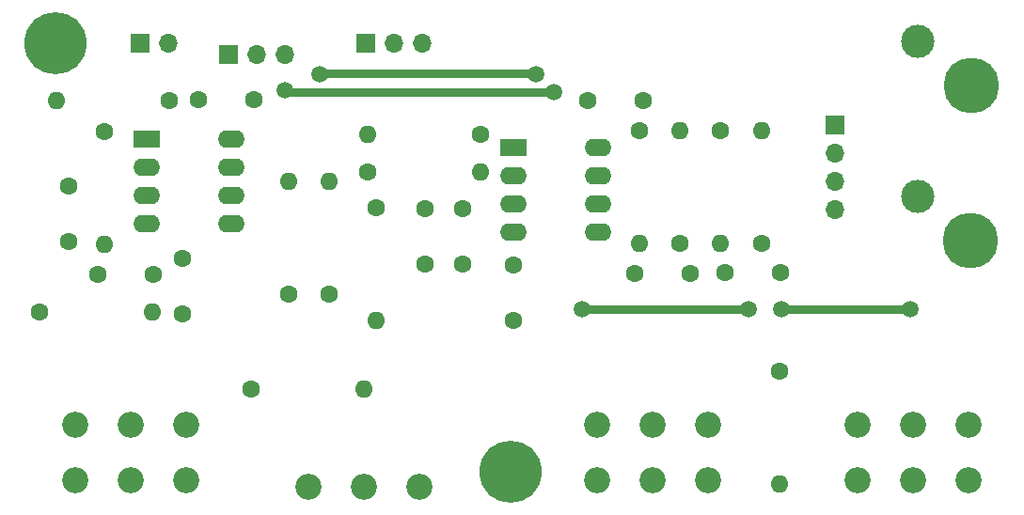
<source format=gbr>
%TF.GenerationSoftware,KiCad,Pcbnew,7.0.8-7.0.8~ubuntu22.04.1*%
%TF.CreationDate,2023-10-08T09:38:23-05:00*%
%TF.ProjectId,crossover_v1,63726f73-736f-4766-9572-5f76312e6b69,v1.0.0*%
%TF.SameCoordinates,Original*%
%TF.FileFunction,Copper,L1,Top*%
%TF.FilePolarity,Positive*%
%FSLAX46Y46*%
G04 Gerber Fmt 4.6, Leading zero omitted, Abs format (unit mm)*
G04 Created by KiCad (PCBNEW 7.0.8-7.0.8~ubuntu22.04.1) date 2023-10-08 09:38:23*
%MOMM*%
%LPD*%
G01*
G04 APERTURE LIST*
%TA.AperFunction,ComponentPad*%
%ADD10R,1.700000X1.700000*%
%TD*%
%TA.AperFunction,ComponentPad*%
%ADD11O,1.700000X1.700000*%
%TD*%
%TA.AperFunction,ComponentPad*%
%ADD12C,1.600000*%
%TD*%
%TA.AperFunction,ComponentPad*%
%ADD13O,1.600000X1.600000*%
%TD*%
%TA.AperFunction,ComponentPad*%
%ADD14R,2.400000X1.600000*%
%TD*%
%TA.AperFunction,ComponentPad*%
%ADD15O,2.400000X1.600000*%
%TD*%
%TA.AperFunction,ComponentPad*%
%ADD16C,5.600000*%
%TD*%
%TA.AperFunction,ComponentPad*%
%ADD17C,2.340000*%
%TD*%
%TA.AperFunction,ComponentPad*%
%ADD18C,3.000000*%
%TD*%
%TA.AperFunction,ComponentPad*%
%ADD19C,5.000000*%
%TD*%
%TA.AperFunction,ViaPad*%
%ADD20C,1.500000*%
%TD*%
%TA.AperFunction,Conductor*%
%ADD21C,0.800000*%
%TD*%
G04 APERTURE END LIST*
D10*
%TO.P,J5,1,Pin_1*%
%TO.N,GND*%
X132955000Y-80970000D03*
D11*
%TO.P,J5,2,Pin_2*%
%TO.N,/IN_L*%
X135495000Y-80970000D03*
%TO.P,J5,3,Pin_3*%
%TO.N,/IN_R*%
X138035000Y-80970000D03*
%TD*%
D12*
%TO.P,C4,1*%
%TO.N,-12V*%
X146205000Y-100950000D03*
%TO.P,C4,2*%
%TO.N,GND*%
X146205000Y-105950000D03*
%TD*%
%TO.P,R12,1*%
%TO.N,/filtroPasaAltas/OUT*%
X164805000Y-88870000D03*
D13*
%TO.P,R12,2*%
%TO.N,Net-(C7-Pad2)*%
X164805000Y-99030000D03*
%TD*%
D14*
%TO.P,U2,1*%
%TO.N,/filtroPasaAltas1/OUT*%
X146180000Y-90350000D03*
D15*
%TO.P,U2,2,-*%
%TO.N,Net-(R10-Pad2)*%
X146180000Y-92890000D03*
%TO.P,U2,3,+*%
%TO.N,/filtroPasaAltas1/POT_P*%
X146180000Y-95430000D03*
%TO.P,U2,4*%
%TO.N,-12V*%
X146180000Y-97970000D03*
%TO.P,U2,5,+*%
%TO.N,/filtroPasaAltas/POT_P*%
X153800000Y-97970000D03*
%TO.P,U2,6,-*%
%TO.N,Net-(R13-Pad1)*%
X153800000Y-95430000D03*
%TO.P,U2,7*%
%TO.N,/filtroPasaAltas/OUT*%
X153800000Y-92890000D03*
%TO.P,U2,8,vcc*%
%TO.N,+12V*%
X153800000Y-90350000D03*
%TD*%
D12*
%TO.P,R13,1*%
%TO.N,Net-(R13-Pad1)*%
X161180000Y-99030000D03*
D13*
%TO.P,R13,2*%
%TO.N,GND*%
X161180000Y-88870000D03*
%TD*%
D12*
%TO.P,R7,1*%
%TO.N,/filtroPasaAltas1/POT_N*%
X170180000Y-110490000D03*
D13*
%TO.P,R7,2*%
%TO.N,GND*%
X170180000Y-120650000D03*
%TD*%
D12*
%TO.P,C5,1*%
%TO.N,/filtroPasaAltas1/POT_P*%
X141680000Y-95870000D03*
%TO.P,C5,2*%
%TO.N,Net-(C5-Pad2)*%
X141680000Y-100870000D03*
%TD*%
%TO.P,R11,1*%
%TO.N,/filtroPasaAltas/POT_N*%
X168605000Y-99030000D03*
D13*
%TO.P,R11,2*%
%TO.N,GND*%
X168605000Y-88870000D03*
%TD*%
D12*
%TO.P,R1,1*%
%TO.N,/FiltroPasaBajo/OUT_ALL*%
X115260000Y-86170000D03*
D13*
%TO.P,R1,2*%
%TO.N,Net-(R1-Pad2)*%
X105100000Y-86170000D03*
%TD*%
D12*
%TO.P,C6,1*%
%TO.N,Net-(C5-Pad2)*%
X138280000Y-100870000D03*
%TO.P,C6,2*%
%TO.N,/IN_R*%
X138280000Y-95870000D03*
%TD*%
D16*
%TO.P,H2,1*%
%TO.N,N/C*%
X145980000Y-119570000D03*
%TD*%
D12*
%TO.P,R8,1*%
%TO.N,/filtroPasaAltas1/OUT*%
X133880000Y-95770000D03*
D13*
%TO.P,R8,2*%
%TO.N,Net-(C5-Pad2)*%
X133880000Y-105930000D03*
%TD*%
D17*
%TO.P,RV4,1,1*%
%TO.N,GND*%
X177180000Y-120370000D03*
%TO.P,RV4,2,2*%
%TO.N,/IZQUIERDO*%
X182180000Y-120370000D03*
%TO.P,RV4,3,3*%
%TO.N,/filtroPasaAltas/OUT*%
X187180000Y-120370000D03*
%TO.P,RV4,4,4*%
%TO.N,GND*%
X177180000Y-115370000D03*
%TO.P,RV4,5,5*%
%TO.N,/DERECHO*%
X182180000Y-115370000D03*
%TO.P,RV4,6,6*%
%TO.N,/filtroPasaAltas1/OUT*%
X187180000Y-115370000D03*
%TD*%
D14*
%TO.P,U1,1*%
%TO.N,/FiltroPasaBajo/OUT_ALL*%
X113155000Y-89570000D03*
D15*
%TO.P,U1,2,-*%
%TO.N,Net-(R1-Pad2)*%
X113155000Y-92110000D03*
%TO.P,U1,3,+*%
%TO.N,Net-(C1-Pad2)*%
X113155000Y-94650000D03*
%TO.P,U1,4*%
%TO.N,-12V*%
X113155000Y-97190000D03*
%TO.P,U1,5,+*%
%TO.N,GND*%
X120775000Y-97190000D03*
%TO.P,U1,6,-*%
%TO.N,Net-(R3-Pad1)*%
X120775000Y-94650000D03*
%TO.P,U1,7*%
%TO.N,/FiltroPasaBajo/IN_ALL*%
X120775000Y-92110000D03*
%TO.P,U1,8,vcc*%
%TO.N,+12V*%
X120775000Y-89570000D03*
%TD*%
D10*
%TO.P,J3,1,Pin_1*%
%TO.N,GND*%
X112580000Y-80970000D03*
D11*
%TO.P,J3,2,Pin_2*%
%TO.N,/FiltroPasaBajo/OUT_ALL*%
X115120000Y-80970000D03*
%TD*%
D12*
%TO.P,R4,1*%
%TO.N,Net-(R3-Pad1)*%
X129580000Y-103570000D03*
D13*
%TO.P,R4,2*%
%TO.N,/IN_R*%
X129580000Y-93410000D03*
%TD*%
D12*
%TO.P,R5,1*%
%TO.N,Net-(R5-Pad1)*%
X122580000Y-112170000D03*
D13*
%TO.P,R5,2*%
%TO.N,/FiltroPasaBajo/IN_ALL*%
X132740000Y-112170000D03*
%TD*%
D17*
%TO.P,RV3,1,1*%
%TO.N,unconnected-(RV3-Pad1)*%
X153780000Y-120370000D03*
%TO.P,RV3,2,2*%
%TO.N,/filtroPasaAltas/POT_N*%
X158780000Y-120370000D03*
%TO.P,RV3,3,3*%
%TO.N,/filtroPasaAltas/POT_P*%
X163780000Y-120370000D03*
%TO.P,RV3,4,4*%
%TO.N,unconnected-(RV3-Pad4)*%
X153780000Y-115370000D03*
%TO.P,RV3,5,5*%
%TO.N,/filtroPasaAltas1/POT_P*%
X158780000Y-115370000D03*
%TO.P,RV3,6,6*%
%TO.N,/filtroPasaAltas1/POT_N*%
X163780000Y-115370000D03*
%TD*%
D12*
%TO.P,R2,1*%
%TO.N,Net-(R1-Pad2)*%
X109380000Y-88890000D03*
D13*
%TO.P,R2,2*%
%TO.N,GND*%
X109380000Y-99050000D03*
%TD*%
D17*
%TO.P,RV2,1,1*%
%TO.N,Net-(R5-Pad1)*%
X106780000Y-120370000D03*
%TO.P,RV2,2,2*%
%TO.N,Net-(C2-Pad2)*%
X111780000Y-120370000D03*
%TO.P,RV2,3,3*%
%TO.N,unconnected-(RV2-Pad3)*%
X116780000Y-120370000D03*
%TO.P,RV2,4,4*%
%TO.N,Net-(R6-Pad1)*%
X106780000Y-115370000D03*
%TO.P,RV2,5,5*%
%TO.N,Net-(C1-Pad2)*%
X111780000Y-115370000D03*
%TO.P,RV2,6,6*%
%TO.N,unconnected-(RV2-Pad6)*%
X116780000Y-115370000D03*
%TD*%
D12*
%TO.P,C1,1*%
%TO.N,GND*%
X106180000Y-93870000D03*
%TO.P,C1,2*%
%TO.N,Net-(C1-Pad2)*%
X106180000Y-98870000D03*
%TD*%
%TO.P,C10,1*%
%TO.N,-12V*%
X113780000Y-101770000D03*
%TO.P,C10,2*%
%TO.N,GND*%
X108780000Y-101770000D03*
%TD*%
%TO.P,R14,1*%
%TO.N,/filtroPasaAltas/OUT*%
X157580000Y-88870000D03*
D13*
%TO.P,R14,2*%
%TO.N,Net-(R13-Pad1)*%
X157580000Y-99030000D03*
%TD*%
D12*
%TO.P,C8,1*%
%TO.N,Net-(C7-Pad2)*%
X165280000Y-101670000D03*
%TO.P,C8,2*%
%TO.N,/IN_L*%
X170280000Y-101670000D03*
%TD*%
D16*
%TO.P,H1,1*%
%TO.N,N/C*%
X104980000Y-80970000D03*
%TD*%
D10*
%TO.P,J1,1,Pin_1*%
%TO.N,GND*%
X120580000Y-81970000D03*
D11*
%TO.P,J1,2,Pin_2*%
%TO.N,-12V*%
X123120000Y-81970000D03*
%TO.P,J1,3,Pin_3*%
%TO.N,+12V*%
X125660000Y-81970000D03*
%TD*%
D12*
%TO.P,C3,1*%
%TO.N,GND*%
X157880000Y-86170000D03*
%TO.P,C3,2*%
%TO.N,+12V*%
X152880000Y-86170000D03*
%TD*%
%TO.P,C9,1*%
%TO.N,GND*%
X117880000Y-86070000D03*
%TO.P,C9,2*%
%TO.N,+12V*%
X122880000Y-86070000D03*
%TD*%
%TO.P,C7,1*%
%TO.N,/filtroPasaAltas/POT_P*%
X157105000Y-101750000D03*
%TO.P,C7,2*%
%TO.N,Net-(C7-Pad2)*%
X162105000Y-101750000D03*
%TD*%
%TO.P,C2,1*%
%TO.N,/FiltroPasaBajo/OUT_ALL*%
X116380000Y-100370000D03*
%TO.P,C2,2*%
%TO.N,Net-(C2-Pad2)*%
X116380000Y-105370000D03*
%TD*%
%TO.P,R3,1*%
%TO.N,Net-(R3-Pad1)*%
X125980000Y-103570000D03*
D13*
%TO.P,R3,2*%
%TO.N,/IN_L*%
X125980000Y-93410000D03*
%TD*%
D12*
%TO.P,R10,1*%
%TO.N,/filtroPasaAltas1/OUT*%
X133125000Y-92550000D03*
D13*
%TO.P,R10,2*%
%TO.N,Net-(R10-Pad2)*%
X143285000Y-92550000D03*
%TD*%
D12*
%TO.P,R9,1*%
%TO.N,Net-(R10-Pad2)*%
X143285000Y-89150000D03*
D13*
%TO.P,R9,2*%
%TO.N,GND*%
X133125000Y-89150000D03*
%TD*%
D17*
%TO.P,RV1,1,1*%
%TO.N,Net-(R3-Pad1)*%
X127780000Y-120970000D03*
%TO.P,RV1,2,2*%
%TO.N,/FiltroPasaBajo/IN_ALL*%
X132780000Y-120970000D03*
%TO.P,RV1,3,3*%
%TO.N,unconnected-(RV1-Pad3)*%
X137780000Y-120970000D03*
%TD*%
D10*
%TO.P,J4,1,Pin_1*%
%TO.N,GND*%
X175180000Y-88370000D03*
D11*
%TO.P,J4,2,Pin_2*%
X175180000Y-90910000D03*
%TO.P,J4,3,Pin_3*%
%TO.N,/IZQUIERDO*%
X175180000Y-93450000D03*
%TO.P,J4,4,Pin_4*%
%TO.N,/DERECHO*%
X175180000Y-95990000D03*
%TD*%
D12*
%TO.P,R6,1*%
%TO.N,Net-(R6-Pad1)*%
X103580000Y-105170000D03*
D13*
%TO.P,R6,2*%
%TO.N,Net-(C2-Pad2)*%
X113740000Y-105170000D03*
%TD*%
D18*
%TO.P,J2,1,IN1*%
%TO.N,/IN_L*%
X182630000Y-80770000D03*
%TO.P,J2,2,IN2*%
%TO.N,/IN_R*%
X182630000Y-94770000D03*
D19*
%TO.P,J2,3,EXT*%
%TO.N,GND*%
X187480000Y-84770000D03*
X187380000Y-98770000D03*
%TD*%
D20*
%TO.N,+12V*%
X149880000Y-85370000D03*
X125680000Y-85170000D03*
%TO.N,-12V*%
X128780000Y-83770000D03*
X148280000Y-83770000D03*
%TO.N,/filtroPasaAltas/POT_N*%
X152380000Y-104970000D03*
X167380000Y-104970000D03*
%TO.N,/IN_L*%
X170380000Y-104970000D03*
X181980000Y-104970000D03*
%TD*%
D21*
%TO.N,+12V*%
X125880000Y-85370000D02*
X149880000Y-85370000D01*
X125680000Y-85170000D02*
X125880000Y-85370000D01*
%TO.N,-12V*%
X128880000Y-83670000D02*
X148180000Y-83670000D01*
X128780000Y-83770000D02*
X128880000Y-83670000D01*
X148180000Y-83670000D02*
X148280000Y-83770000D01*
%TO.N,/filtroPasaAltas/POT_N*%
X152380000Y-104970000D02*
X167380000Y-104970000D01*
%TO.N,/IN_L*%
X170380000Y-104970000D02*
X181980000Y-104970000D01*
%TD*%
M02*

</source>
